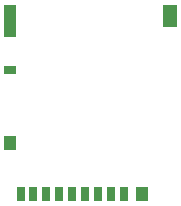
<source format=gbp>
G04 #@! TF.GenerationSoftware,KiCad,Pcbnew,(6.0.5)*
G04 #@! TF.CreationDate,2022-12-05T11:42:03+01:00*
G04 #@! TF.ProjectId,ruche,72756368-652e-46b6-9963-61645f706362,rev?*
G04 #@! TF.SameCoordinates,Original*
G04 #@! TF.FileFunction,Paste,Bot*
G04 #@! TF.FilePolarity,Positive*
%FSLAX46Y46*%
G04 Gerber Fmt 4.6, Leading zero omitted, Abs format (unit mm)*
G04 Created by KiCad (PCBNEW (6.0.5)) date 2022-12-05 11:42:03*
%MOMM*%
%LPD*%
G01*
G04 APERTURE LIST*
%ADD10R,0.700000X1.200000*%
%ADD11R,1.000000X0.800000*%
%ADD12R,1.300000X1.900000*%
%ADD13R,1.000000X1.200000*%
%ADD14R,1.000000X2.800000*%
G04 APERTURE END LIST*
D10*
X134235000Y-85835000D03*
X133135000Y-85835000D03*
X132035000Y-85835000D03*
X130935000Y-85835000D03*
X129835000Y-85835000D03*
X128735000Y-85835000D03*
X127635000Y-85835000D03*
X126535000Y-85835000D03*
X125585000Y-85835000D03*
D11*
X124635000Y-75335000D03*
D12*
X138135000Y-70735000D03*
D13*
X135785000Y-85835000D03*
X124635000Y-81535000D03*
D14*
X124635000Y-71185000D03*
M02*

</source>
